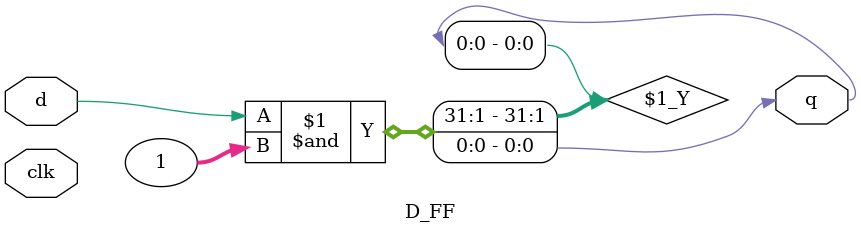
<source format=v>
module parallel_register_4bit(
	input [3:0] in,
	input clk,
	output [3:0] out
);

	D_FF d1(clk, in[0], out[0]);
	D_FF d2(clk, in[1], out[1]);
	D_FF d3(clk, in[2], out[2]);
	D_FF d4(clk, in[3], out[3]);

endmodule

module D_FF(
	input clk,
	input d,
	output q
);

	and a1(q, d, 1);

endmodule

</source>
